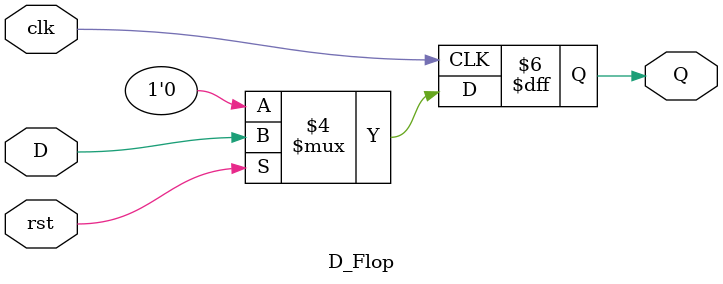
<source format=v>
`timescale 1ns / 1ps


module D_Flop(
    input D,
    output Q,
    input clk,
    input rst
    );
    reg Q;
    
    always @(posedge clk)
    if(!rst)
        Q <=0;
     else 
        Q <= D;
    
    
endmodule

</source>
